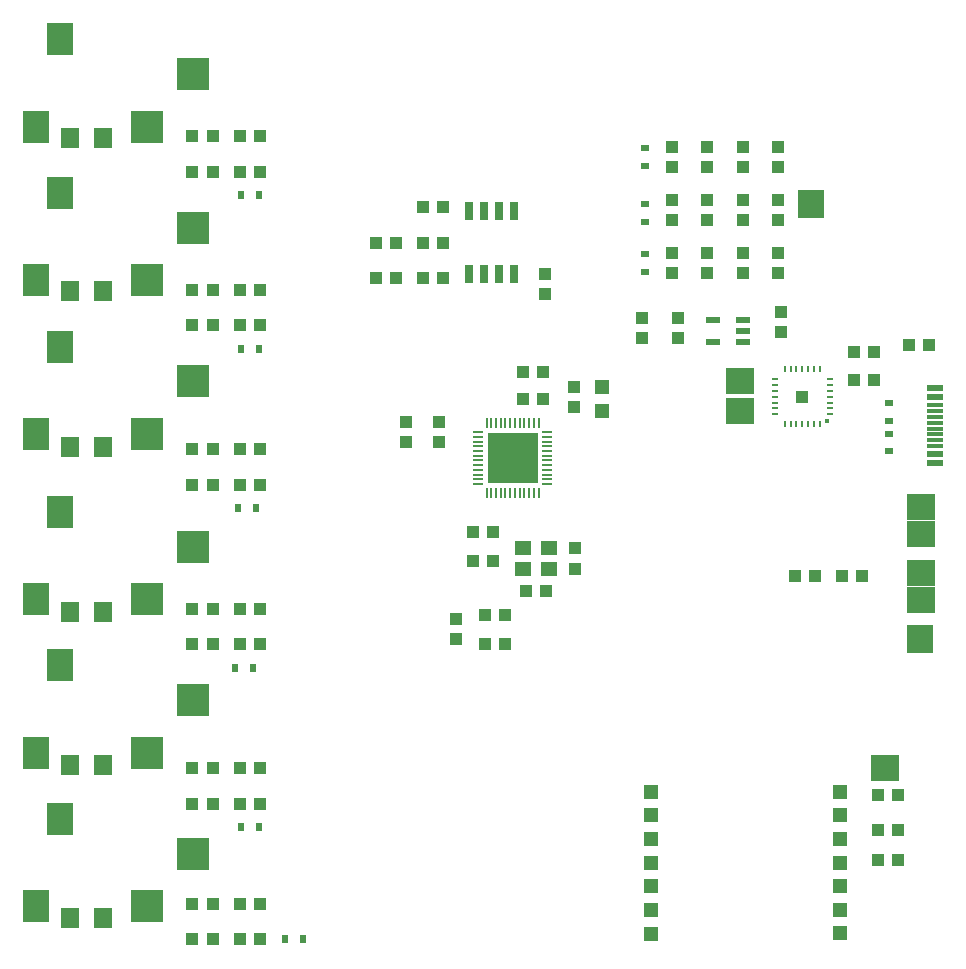
<source format=gbr>
G04 EAGLE Gerber RS-274X export*
G75*
%MOMM*%
%FSLAX34Y34*%
%LPD*%
%INSolderpaste Top*%
%IPPOS*%
%AMOC8*
5,1,8,0,0,1.08239X$1,22.5*%
G01*
%ADD10R,1.270000X0.635000*%
%ADD11R,2.286000X2.438400*%
%ADD12R,1.100000X1.000000*%
%ADD13R,0.800000X0.600000*%
%ADD14R,1.000000X1.100000*%
%ADD15R,1.600000X1.803000*%
%ADD16R,0.600000X0.800000*%
%ADD17R,2.200000X2.800000*%
%ADD18R,2.800000X2.800000*%
%ADD19R,0.635000X1.270000*%
%ADD20R,2.438400X2.286000*%
%ADD21R,2.489200X2.235200*%
%ADD22R,1.400000X0.600000*%
%ADD23R,1.400000X0.300000*%
%ADD24R,1.400000X1.200000*%
%ADD25R,1.200000X0.600000*%
%ADD26R,0.650000X1.500000*%
%ADD27R,1.200000X1.200000*%
%ADD28R,0.850000X0.200000*%
%ADD29R,0.200000X0.850000*%
%ADD30R,4.200000X4.200000*%
%ADD31R,0.560000X0.260000*%
%ADD32R,1.000000X1.000000*%
%ADD33R,0.300000X0.300000*%
%ADD34R,0.260000X0.560000*%
%ADD35R,1.270000X1.270000*%
%ADD36R,1.207000X1.271000*%
%ADD37R,1.232000X1.270000*%


D10*
X730000Y651619D03*
X730000Y643381D03*
D11*
X730000Y647500D03*
D12*
X612500Y589000D03*
X612500Y606000D03*
D13*
X590000Y590000D03*
X590000Y605000D03*
D12*
X672500Y606000D03*
X672500Y589000D03*
X642500Y606000D03*
X642500Y589000D03*
D14*
X702500Y589000D03*
X702500Y606000D03*
D12*
X612500Y634000D03*
X612500Y651000D03*
D13*
X590000Y632500D03*
X590000Y647500D03*
D12*
X672500Y651000D03*
X672500Y634000D03*
X642500Y634000D03*
X642500Y651000D03*
D14*
X702500Y634000D03*
X702500Y651000D03*
D12*
X612500Y679000D03*
X612500Y696000D03*
D13*
X590000Y680000D03*
X590000Y695000D03*
D12*
X672500Y696000D03*
X672500Y679000D03*
X642500Y679000D03*
X642500Y696000D03*
D14*
X702500Y679000D03*
X702500Y696000D03*
D15*
X131060Y703580D03*
X102620Y703580D03*
D14*
X246500Y675000D03*
X263500Y675000D03*
D16*
X262500Y655000D03*
X247500Y655000D03*
D17*
X74000Y713000D03*
D18*
X168000Y713000D03*
D17*
X94000Y787000D03*
D18*
X207000Y757500D03*
D14*
X223500Y705000D03*
X206500Y705000D03*
X246500Y705000D03*
X263500Y705000D03*
D12*
X206500Y675000D03*
X223500Y675000D03*
D15*
X131060Y574040D03*
X102620Y574040D03*
D14*
X246500Y545000D03*
X263500Y545000D03*
D16*
X262500Y525000D03*
X247500Y525000D03*
D17*
X74000Y583000D03*
D18*
X168000Y583000D03*
D17*
X94000Y657000D03*
D18*
X207000Y627500D03*
D14*
X223500Y575000D03*
X206500Y575000D03*
X246500Y575000D03*
X263500Y575000D03*
D12*
X206500Y545000D03*
X223500Y545000D03*
D15*
X131060Y441960D03*
X102620Y441960D03*
D14*
X263500Y410000D03*
X246500Y410000D03*
D16*
X260000Y390000D03*
X245000Y390000D03*
D17*
X74000Y453000D03*
D18*
X168000Y453000D03*
D17*
X94000Y527000D03*
D18*
X207000Y497500D03*
D14*
X223500Y440000D03*
X206500Y440000D03*
X246500Y440000D03*
X263500Y440000D03*
D12*
X206500Y410000D03*
X223500Y410000D03*
D15*
X131060Y302260D03*
X102620Y302260D03*
D14*
X263500Y275000D03*
X246500Y275000D03*
D16*
X257500Y255000D03*
X242500Y255000D03*
D17*
X74000Y313000D03*
D18*
X168000Y313000D03*
D17*
X94000Y387000D03*
D18*
X207000Y357500D03*
D14*
X223500Y305000D03*
X206500Y305000D03*
X246500Y305000D03*
X263500Y305000D03*
D12*
X206500Y275000D03*
X223500Y275000D03*
D15*
X131060Y172720D03*
X102620Y172720D03*
D14*
X263500Y140000D03*
X246500Y140000D03*
D16*
X262500Y120000D03*
X247500Y120000D03*
D17*
X74000Y183000D03*
D18*
X168000Y183000D03*
D17*
X94000Y257000D03*
D18*
X207000Y227500D03*
D14*
X223500Y170000D03*
X206500Y170000D03*
X246500Y170000D03*
X263500Y170000D03*
D12*
X206500Y140000D03*
X223500Y140000D03*
D15*
X131060Y43180D03*
X102620Y43180D03*
D14*
X263500Y25000D03*
X246500Y25000D03*
D16*
X285000Y25000D03*
X300000Y25000D03*
D17*
X74000Y53000D03*
D18*
X168000Y53000D03*
D17*
X94000Y127000D03*
D18*
X207000Y97500D03*
D14*
X223500Y55000D03*
X206500Y55000D03*
X246500Y55000D03*
X263500Y55000D03*
D12*
X206500Y25000D03*
X223500Y25000D03*
D19*
X818841Y312420D03*
X827079Y312420D03*
D20*
X822960Y312420D03*
D19*
X818841Y391160D03*
X827079Y391160D03*
D20*
X822960Y391160D03*
D21*
X822960Y368300D03*
X822960Y335280D03*
D22*
X835000Y428000D03*
X835000Y436000D03*
X835000Y484000D03*
X835000Y492000D03*
D23*
X835000Y442500D03*
X835000Y447500D03*
X835000Y452500D03*
X835000Y457500D03*
X835000Y462500D03*
X835000Y467500D03*
X835000Y472500D03*
X835000Y477500D03*
D12*
X803500Y92500D03*
X786500Y92500D03*
D14*
X786500Y147500D03*
X803500Y147500D03*
D12*
X803500Y117500D03*
X786500Y117500D03*
X506000Y320000D03*
X489000Y320000D03*
D14*
X530000Y356000D03*
X530000Y339000D03*
D24*
X486500Y339000D03*
X508500Y339000D03*
X508500Y356000D03*
X486500Y356000D03*
D12*
X829720Y528140D03*
X812720Y528140D03*
D14*
X587500Y551000D03*
X587500Y534000D03*
X617500Y551000D03*
X617500Y534000D03*
D25*
X672500Y530500D03*
X672500Y540000D03*
X672500Y549500D03*
X647500Y549500D03*
X647500Y530500D03*
D12*
X705000Y539000D03*
X705000Y556000D03*
X471000Y275000D03*
X454000Y275000D03*
D26*
X440950Y588000D03*
X453650Y588000D03*
X466350Y588000D03*
X479050Y588000D03*
X479050Y642000D03*
X466350Y642000D03*
X453650Y642000D03*
X440950Y642000D03*
D14*
X505000Y571500D03*
X505000Y588500D03*
X401500Y645000D03*
X418500Y645000D03*
X401500Y615000D03*
X418500Y615000D03*
D12*
X378500Y615000D03*
X361500Y615000D03*
D14*
X401500Y585000D03*
X418500Y585000D03*
X361500Y585000D03*
X378500Y585000D03*
X733500Y332500D03*
X716500Y332500D03*
D12*
X529440Y492920D03*
X529440Y475920D03*
D27*
X553060Y472020D03*
X553060Y493020D03*
D10*
X822480Y283559D03*
X822480Y275321D03*
D11*
X822480Y279440D03*
D28*
X507000Y410500D03*
X507000Y414500D03*
X507000Y418500D03*
X507000Y422500D03*
X507000Y426500D03*
X507000Y430500D03*
X507000Y434500D03*
X507000Y438500D03*
X507000Y442500D03*
X507000Y446500D03*
X507000Y450500D03*
X507000Y454500D03*
D29*
X499500Y462000D03*
X495500Y462000D03*
X491500Y462000D03*
X487500Y462000D03*
X483500Y462000D03*
X479500Y462000D03*
X475500Y462000D03*
X471500Y462000D03*
X467500Y462000D03*
X463500Y462000D03*
X459500Y462000D03*
X455500Y462000D03*
D28*
X448000Y454500D03*
X448000Y450500D03*
X448000Y446500D03*
X448000Y442500D03*
X448000Y438500D03*
X448000Y434500D03*
X448000Y430500D03*
X448000Y426500D03*
X448000Y422500D03*
X448000Y418500D03*
X448000Y414500D03*
X448000Y410500D03*
D29*
X455500Y403000D03*
X459500Y403000D03*
X463500Y403000D03*
X467500Y403000D03*
X471500Y403000D03*
X475500Y403000D03*
X479500Y403000D03*
X483500Y403000D03*
X487500Y403000D03*
X491500Y403000D03*
X495500Y403000D03*
X499500Y403000D03*
D30*
X477500Y432500D03*
D14*
X415000Y463500D03*
X415000Y446500D03*
X387500Y463500D03*
X387500Y446500D03*
D12*
X444000Y345000D03*
X461000Y345000D03*
X444000Y370000D03*
X461000Y370000D03*
X503500Y482500D03*
X486500Y482500D03*
X503500Y505000D03*
X486500Y505000D03*
D14*
X756500Y332500D03*
X773500Y332500D03*
D31*
X745870Y469540D03*
D32*
X722870Y484540D03*
D33*
X743870Y463540D03*
D31*
X745870Y474540D03*
X745870Y479540D03*
X745870Y484540D03*
X745870Y489540D03*
X745870Y494540D03*
X745870Y499540D03*
D34*
X707870Y461540D03*
X712870Y461540D03*
X717870Y461540D03*
X722870Y461540D03*
X727870Y461540D03*
X732870Y461540D03*
X737870Y461540D03*
X737870Y507540D03*
X732870Y507540D03*
X727870Y507540D03*
X722870Y507540D03*
X717870Y507540D03*
X712870Y507540D03*
X707870Y507540D03*
D31*
X699870Y499540D03*
X699870Y494540D03*
X699870Y489540D03*
X699870Y484540D03*
X699870Y479540D03*
X699870Y474540D03*
X699870Y469540D03*
D12*
X471000Y300000D03*
X454000Y300000D03*
D13*
X796090Y453190D03*
X796090Y438190D03*
X796170Y463990D03*
X796170Y478990D03*
D12*
X430000Y279000D03*
X430000Y296000D03*
D21*
X670000Y472500D03*
X670000Y497500D03*
D12*
X783500Y522500D03*
X766500Y522500D03*
X783800Y498750D03*
X766800Y498750D03*
D35*
X595000Y150000D03*
X595000Y130000D03*
X595000Y110000D03*
X595000Y90000D03*
X595000Y70000D03*
X595000Y50000D03*
X595000Y30000D03*
X755000Y150000D03*
X755000Y130000D03*
X755000Y110000D03*
X755000Y90000D03*
X755000Y50000D03*
D36*
X754395Y70035D03*
D37*
X754720Y30050D03*
D21*
X792500Y170000D03*
M02*

</source>
